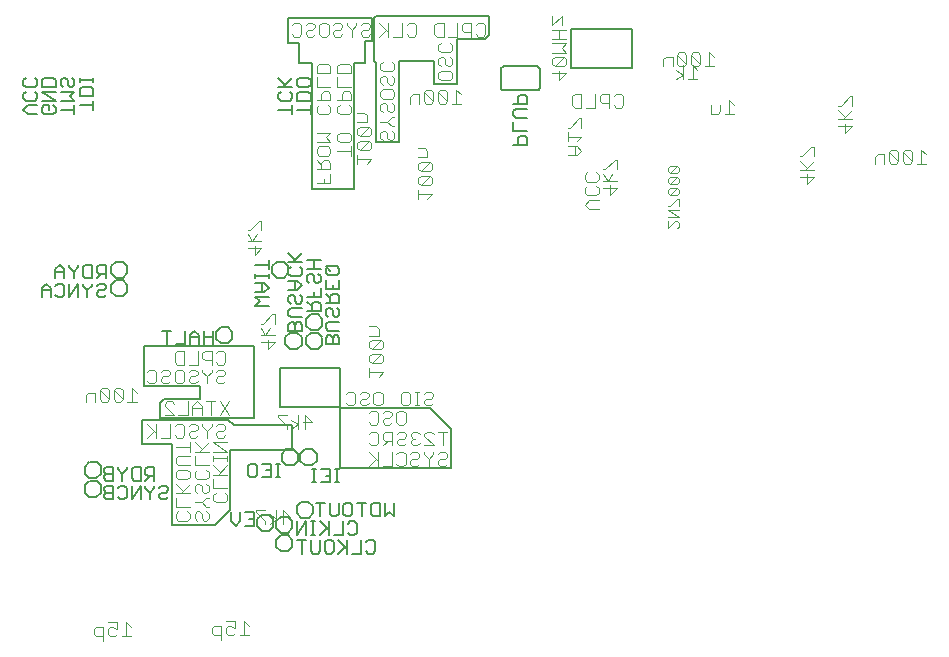
<source format=gbo>
G75*
%MOIN*%
%OFA0B0*%
%FSLAX24Y24*%
%IPPOS*%
%LPD*%
%AMOC8*
5,1,8,0,0,1.08239X$1,22.5*
%
%ADD10C,0.0040*%
%ADD11C,0.0050*%
%ADD12C,0.0060*%
%ADD13C,0.0030*%
D10*
X006915Y001859D02*
X006992Y001783D01*
X007222Y001783D01*
X007222Y001629D02*
X007222Y002089D01*
X006992Y002089D01*
X006915Y002013D01*
X006915Y001859D01*
X007375Y001859D02*
X007375Y002013D01*
X007452Y002089D01*
X007529Y002089D01*
X007682Y002013D01*
X007682Y002243D01*
X007375Y002243D01*
X007375Y001859D02*
X007452Y001783D01*
X007605Y001783D01*
X007682Y001859D01*
X007836Y001783D02*
X008143Y001783D01*
X007989Y001783D02*
X007989Y002243D01*
X008143Y002089D01*
X010846Y002050D02*
X010846Y001897D01*
X010923Y001820D01*
X011153Y001820D01*
X011153Y001667D02*
X011153Y002127D01*
X010923Y002127D01*
X010846Y002050D01*
X011306Y002050D02*
X011383Y002127D01*
X011460Y002127D01*
X011613Y002050D01*
X011613Y002280D01*
X011306Y002280D01*
X011306Y002050D02*
X011306Y001897D01*
X011383Y001820D01*
X011537Y001820D01*
X011613Y001897D01*
X011767Y001820D02*
X012074Y001820D01*
X011920Y001820D02*
X011920Y002280D01*
X012074Y002127D01*
X012611Y005533D02*
X012611Y005609D01*
X012304Y005916D01*
X012304Y005993D01*
X012611Y005993D01*
X012764Y005839D02*
X012995Y005686D01*
X012764Y005533D01*
X012995Y005533D02*
X012995Y005993D01*
X013225Y005993D02*
X013455Y005763D01*
X013148Y005763D01*
X013225Y005533D02*
X013225Y005993D01*
X011355Y006323D02*
X011279Y006246D01*
X010972Y006246D01*
X010895Y006323D01*
X010895Y006477D01*
X010972Y006553D01*
X010895Y006707D02*
X010895Y007014D01*
X010895Y007167D02*
X011355Y007167D01*
X011125Y007244D02*
X010895Y007474D01*
X010895Y007628D02*
X010895Y007781D01*
X010895Y007704D02*
X011355Y007704D01*
X011355Y007628D02*
X011355Y007781D01*
X011355Y007935D02*
X010895Y008242D01*
X011355Y008242D01*
X011216Y008395D02*
X011293Y008472D01*
X011216Y008395D02*
X011062Y008395D01*
X010986Y008472D01*
X010986Y008548D01*
X011062Y008625D01*
X011216Y008625D01*
X011293Y008702D01*
X011293Y008779D01*
X011216Y008855D01*
X011062Y008855D01*
X010986Y008779D01*
X010832Y008779D02*
X010679Y008625D01*
X010679Y008395D01*
X010730Y008242D02*
X010423Y007935D01*
X010500Y008011D02*
X010270Y008242D01*
X010295Y008395D02*
X010372Y008472D01*
X010295Y008395D02*
X010142Y008395D01*
X010065Y008472D01*
X010065Y008548D01*
X010142Y008625D01*
X010295Y008625D01*
X010372Y008702D01*
X010372Y008779D01*
X010295Y008855D01*
X010142Y008855D01*
X010065Y008779D01*
X009911Y008779D02*
X009911Y008472D01*
X009835Y008395D01*
X009681Y008395D01*
X009604Y008472D01*
X009451Y008395D02*
X009144Y008395D01*
X008991Y008395D02*
X008991Y008855D01*
X008914Y008625D02*
X008684Y008395D01*
X008991Y008548D02*
X008684Y008855D01*
X009269Y009145D02*
X009576Y009145D01*
X009269Y009452D01*
X009269Y009529D01*
X009346Y009605D01*
X009499Y009605D01*
X009576Y009529D01*
X009729Y009145D02*
X010036Y009145D01*
X010036Y009605D01*
X010190Y009452D02*
X010190Y009145D01*
X010190Y009375D02*
X010497Y009375D01*
X010497Y009452D02*
X010343Y009605D01*
X010190Y009452D01*
X010497Y009452D02*
X010497Y009145D01*
X010525Y008855D02*
X010525Y008779D01*
X010679Y008625D01*
X010832Y008779D02*
X010832Y008855D01*
X010804Y009145D02*
X010804Y009605D01*
X010957Y009605D02*
X010650Y009605D01*
X011111Y009605D02*
X011418Y009145D01*
X011111Y009145D02*
X011418Y009605D01*
X011216Y010208D02*
X011062Y010208D01*
X010986Y010284D01*
X010986Y010361D01*
X011062Y010438D01*
X011216Y010438D01*
X011293Y010514D01*
X011293Y010591D01*
X011216Y010668D01*
X011062Y010668D01*
X010986Y010591D01*
X010832Y010591D02*
X010679Y010438D01*
X010679Y010208D01*
X010679Y010438D02*
X010525Y010591D01*
X010525Y010668D01*
X010372Y010591D02*
X010372Y010514D01*
X010295Y010438D01*
X010142Y010438D01*
X010065Y010361D01*
X010065Y010284D01*
X010142Y010208D01*
X010295Y010208D01*
X010372Y010284D01*
X009911Y010284D02*
X009835Y010208D01*
X009681Y010208D01*
X009604Y010284D01*
X009604Y010591D01*
X009681Y010668D01*
X009835Y010668D01*
X009911Y010591D01*
X009911Y010284D01*
X009451Y010284D02*
X009374Y010208D01*
X009221Y010208D01*
X009144Y010284D01*
X009144Y010361D01*
X009221Y010438D01*
X009374Y010438D01*
X009451Y010514D01*
X009451Y010591D01*
X009374Y010668D01*
X009221Y010668D01*
X009144Y010591D01*
X008991Y010591D02*
X008991Y010284D01*
X008914Y010208D01*
X008760Y010208D01*
X008684Y010284D01*
X008330Y009902D02*
X008177Y010055D01*
X008177Y009595D01*
X008330Y009595D02*
X008023Y009595D01*
X007870Y009672D02*
X007563Y009979D01*
X007563Y009672D01*
X007639Y009595D01*
X007793Y009595D01*
X007870Y009672D01*
X007870Y009979D01*
X007793Y010055D01*
X007639Y010055D01*
X007563Y009979D01*
X007409Y009979D02*
X007409Y009672D01*
X007102Y009979D01*
X007102Y009672D01*
X007179Y009595D01*
X007332Y009595D01*
X007409Y009672D01*
X007409Y009979D02*
X007332Y010055D01*
X007179Y010055D01*
X007102Y009979D01*
X006949Y009902D02*
X006719Y009902D01*
X006642Y009825D01*
X006642Y009595D01*
X006949Y009595D02*
X006949Y009902D01*
X008684Y010591D02*
X008760Y010668D01*
X008914Y010668D01*
X008991Y010591D01*
X009604Y010909D02*
X009604Y011216D01*
X009681Y011293D01*
X009911Y011293D01*
X009911Y010833D01*
X009681Y010833D01*
X009604Y010909D01*
X010065Y010833D02*
X010372Y010833D01*
X010372Y011293D01*
X010525Y011216D02*
X010525Y011063D01*
X010602Y010986D01*
X010832Y010986D01*
X010832Y010833D02*
X010832Y011293D01*
X010602Y011293D01*
X010525Y011216D01*
X010986Y011216D02*
X011062Y011293D01*
X011216Y011293D01*
X011293Y011216D01*
X011293Y010909D01*
X011216Y010833D01*
X011062Y010833D01*
X010986Y010909D01*
X010832Y010668D02*
X010832Y010591D01*
X010372Y010591D02*
X010295Y010668D01*
X010142Y010668D01*
X010065Y010591D01*
X011216Y010208D02*
X011293Y010284D01*
X012700Y011358D02*
X012700Y011664D01*
X012623Y011818D02*
X012777Y012048D01*
X012930Y012202D02*
X012930Y012508D01*
X012854Y012508D01*
X012547Y012202D01*
X012470Y012202D01*
X012470Y012048D02*
X012623Y011818D01*
X012470Y011818D02*
X012930Y011818D01*
X012930Y011588D02*
X012470Y011588D01*
X012700Y011358D02*
X012930Y011588D01*
X015302Y009857D02*
X015379Y009933D01*
X015533Y009933D01*
X015609Y009857D01*
X015609Y009550D01*
X015533Y009473D01*
X015379Y009473D01*
X015302Y009550D01*
X015763Y009550D02*
X015839Y009473D01*
X015993Y009473D01*
X016070Y009550D01*
X016223Y009550D02*
X016223Y009857D01*
X016300Y009933D01*
X016453Y009933D01*
X016530Y009857D01*
X016530Y009550D01*
X016453Y009473D01*
X016300Y009473D01*
X016223Y009550D01*
X016148Y009293D02*
X016301Y009293D01*
X016378Y009216D01*
X016378Y008909D01*
X016301Y008833D01*
X016148Y008833D01*
X016071Y008909D01*
X016160Y008599D02*
X016314Y008599D01*
X016390Y008522D01*
X016390Y008215D01*
X016314Y008138D01*
X016160Y008138D01*
X016083Y008215D01*
X016071Y007918D02*
X016378Y007611D01*
X016301Y007688D02*
X016071Y007458D01*
X016378Y007458D02*
X016378Y007918D01*
X016544Y008138D02*
X016697Y008292D01*
X016621Y008292D02*
X016851Y008292D01*
X017004Y008292D02*
X017004Y008215D01*
X017081Y008138D01*
X017234Y008138D01*
X017311Y008215D01*
X017465Y008215D02*
X017465Y008292D01*
X017541Y008368D01*
X017618Y008368D01*
X017541Y008368D02*
X017465Y008445D01*
X017465Y008522D01*
X017541Y008599D01*
X017695Y008599D01*
X017772Y008522D01*
X017925Y008522D02*
X017925Y008445D01*
X018232Y008138D01*
X017925Y008138D01*
X017772Y008215D02*
X017695Y008138D01*
X017541Y008138D01*
X017465Y008215D01*
X017311Y008445D02*
X017234Y008368D01*
X017081Y008368D01*
X017004Y008292D01*
X016851Y008138D02*
X016851Y008599D01*
X016621Y008599D01*
X016544Y008522D01*
X016544Y008368D01*
X016621Y008292D01*
X017004Y008522D02*
X017081Y008599D01*
X017234Y008599D01*
X017311Y008522D01*
X017311Y008445D01*
X017222Y008833D02*
X017068Y008833D01*
X016992Y008909D01*
X016992Y009216D01*
X017068Y009293D01*
X017222Y009293D01*
X017299Y009216D01*
X017299Y008909D01*
X017222Y008833D01*
X016838Y008909D02*
X016762Y008833D01*
X016608Y008833D01*
X016531Y008909D01*
X016531Y008986D01*
X016608Y009063D01*
X016762Y009063D01*
X016838Y009139D01*
X016838Y009216D01*
X016762Y009293D01*
X016608Y009293D01*
X016531Y009216D01*
X016148Y009293D02*
X016071Y009216D01*
X015763Y009550D02*
X015763Y009626D01*
X015839Y009703D01*
X015993Y009703D01*
X016070Y009780D01*
X016070Y009857D01*
X015993Y009933D01*
X015839Y009933D01*
X015763Y009857D01*
X016095Y010420D02*
X016095Y010727D01*
X016095Y010573D02*
X016555Y010573D01*
X016402Y010420D01*
X016479Y010880D02*
X016172Y010880D01*
X016479Y011187D01*
X016172Y011187D01*
X016095Y011111D01*
X016095Y010957D01*
X016172Y010880D01*
X016479Y010880D02*
X016555Y010957D01*
X016555Y011111D01*
X016479Y011187D01*
X016479Y011341D02*
X016172Y011341D01*
X016479Y011648D01*
X016172Y011648D01*
X016095Y011571D01*
X016095Y011418D01*
X016172Y011341D01*
X016479Y011341D02*
X016555Y011418D01*
X016555Y011571D01*
X016479Y011648D01*
X016402Y011801D02*
X016095Y011801D01*
X016402Y011801D02*
X016402Y012031D01*
X016325Y012108D01*
X016095Y012108D01*
X017221Y009933D02*
X017144Y009857D01*
X017144Y009550D01*
X017221Y009473D01*
X017374Y009473D01*
X017451Y009550D01*
X017451Y009857D01*
X017374Y009933D01*
X017221Y009933D01*
X017604Y009933D02*
X017758Y009933D01*
X017681Y009933D02*
X017681Y009473D01*
X017758Y009473D02*
X017604Y009473D01*
X017911Y009550D02*
X017988Y009473D01*
X018141Y009473D01*
X018218Y009550D01*
X018141Y009703D02*
X017988Y009703D01*
X017911Y009626D01*
X017911Y009550D01*
X018141Y009703D02*
X018218Y009780D01*
X018218Y009857D01*
X018141Y009933D01*
X017988Y009933D01*
X017911Y009857D01*
X018002Y008599D02*
X018155Y008599D01*
X018232Y008522D01*
X018385Y008599D02*
X018692Y008599D01*
X018539Y008599D02*
X018539Y008138D01*
X018603Y007918D02*
X018450Y007918D01*
X018373Y007841D01*
X018219Y007841D02*
X018066Y007688D01*
X018066Y007458D01*
X018066Y007688D02*
X017913Y007841D01*
X017913Y007918D01*
X017759Y007841D02*
X017759Y007764D01*
X017682Y007688D01*
X017529Y007688D01*
X017452Y007611D01*
X017452Y007534D01*
X017529Y007458D01*
X017682Y007458D01*
X017759Y007534D01*
X017759Y007841D02*
X017682Y007918D01*
X017529Y007918D01*
X017452Y007841D01*
X017299Y007841D02*
X017299Y007534D01*
X017222Y007458D01*
X017068Y007458D01*
X016992Y007534D01*
X016838Y007458D02*
X016531Y007458D01*
X016838Y007458D02*
X016838Y007918D01*
X016992Y007841D02*
X017068Y007918D01*
X017222Y007918D01*
X017299Y007841D01*
X018219Y007841D02*
X018219Y007918D01*
X018450Y007688D02*
X018373Y007611D01*
X018373Y007534D01*
X018450Y007458D01*
X018603Y007458D01*
X018680Y007534D01*
X018603Y007688D02*
X018450Y007688D01*
X018603Y007688D02*
X018680Y007764D01*
X018680Y007841D01*
X018603Y007918D01*
X017925Y008522D02*
X018002Y008599D01*
X016160Y008599D02*
X016083Y008522D01*
X014184Y008925D02*
X013878Y008925D01*
X013724Y008848D02*
X013494Y009002D01*
X013340Y009155D02*
X013033Y009155D01*
X013033Y009079D01*
X013340Y008772D01*
X013340Y008695D01*
X013494Y008695D02*
X013724Y008848D01*
X013724Y008695D02*
X013724Y009155D01*
X013954Y009155D02*
X013954Y008695D01*
X014184Y008925D02*
X013954Y009155D01*
X011355Y007935D02*
X010895Y007935D01*
X010730Y007935D02*
X010270Y007935D01*
X010270Y007781D02*
X010270Y007474D01*
X010730Y007474D01*
X010654Y007321D02*
X010730Y007244D01*
X010730Y007091D01*
X010654Y007014D01*
X010347Y007014D01*
X010270Y007091D01*
X010270Y007244D01*
X010347Y007321D01*
X010105Y007244D02*
X010029Y007321D01*
X009722Y007321D01*
X009645Y007244D01*
X009645Y007091D01*
X009722Y007014D01*
X010029Y007014D01*
X010105Y007091D01*
X010105Y007244D01*
X010105Y007474D02*
X009722Y007474D01*
X009645Y007551D01*
X009645Y007704D01*
X009722Y007781D01*
X010105Y007781D01*
X010105Y007935D02*
X010105Y008242D01*
X010105Y008088D02*
X009645Y008088D01*
X009451Y008395D02*
X009451Y008855D01*
X009604Y008779D02*
X009681Y008855D01*
X009835Y008855D01*
X009911Y008779D01*
X011355Y007474D02*
X011048Y007167D01*
X010730Y006784D02*
X010654Y006860D01*
X010730Y006784D02*
X010730Y006630D01*
X010654Y006553D01*
X010577Y006553D01*
X010500Y006630D01*
X010500Y006784D01*
X010423Y006860D01*
X010347Y006860D01*
X010270Y006784D01*
X010270Y006630D01*
X010347Y006553D01*
X010105Y006553D02*
X009645Y006553D01*
X009645Y006400D02*
X009645Y006093D01*
X010105Y006093D01*
X010029Y005940D02*
X010105Y005863D01*
X010105Y005709D01*
X010029Y005633D01*
X009722Y005633D01*
X009645Y005709D01*
X009645Y005863D01*
X009722Y005940D01*
X010270Y005863D02*
X010270Y005709D01*
X010347Y005633D01*
X010500Y005709D02*
X010500Y005863D01*
X010423Y005940D01*
X010347Y005940D01*
X010270Y005863D01*
X010500Y005709D02*
X010577Y005633D01*
X010654Y005633D01*
X010730Y005709D01*
X010730Y005863D01*
X010654Y005940D01*
X010654Y006093D02*
X010500Y006246D01*
X010270Y006246D01*
X010500Y006246D02*
X010654Y006400D01*
X010730Y006400D01*
X010895Y006707D02*
X011355Y006707D01*
X011279Y006553D02*
X011355Y006477D01*
X011355Y006323D01*
X010730Y006093D02*
X010654Y006093D01*
X010105Y006860D02*
X009798Y006553D01*
X009875Y006630D02*
X009645Y006860D01*
X012263Y014483D02*
X012263Y014789D01*
X012186Y014943D02*
X012339Y015173D01*
X012493Y015327D02*
X012493Y015633D01*
X012416Y015633D01*
X012109Y015327D01*
X012033Y015327D01*
X012033Y015173D02*
X012186Y014943D01*
X012033Y014943D02*
X012493Y014943D01*
X012493Y014713D02*
X012033Y014713D01*
X012263Y014483D02*
X012493Y014713D01*
X014333Y016876D02*
X014793Y016876D01*
X014793Y017183D01*
X014793Y017337D02*
X014793Y017567D01*
X014716Y017644D01*
X014563Y017644D01*
X014486Y017567D01*
X014486Y017337D01*
X014486Y017490D02*
X014333Y017644D01*
X014409Y017797D02*
X014333Y017874D01*
X014333Y018027D01*
X014409Y018104D01*
X014716Y018104D01*
X014793Y018027D01*
X014793Y017874D01*
X014716Y017797D01*
X014409Y017797D01*
X014333Y017337D02*
X014793Y017337D01*
X014563Y017030D02*
X014563Y016876D01*
X015695Y017528D02*
X015695Y017835D01*
X015695Y017682D02*
X016155Y017682D01*
X016002Y017528D01*
X016079Y017989D02*
X015772Y017989D01*
X016079Y018296D01*
X015772Y018296D01*
X015695Y018219D01*
X015695Y018066D01*
X015772Y017989D01*
X015480Y017951D02*
X015020Y017951D01*
X015097Y018258D02*
X015020Y018334D01*
X015020Y018488D01*
X015097Y018565D01*
X015404Y018565D01*
X015480Y018488D01*
X015480Y018334D01*
X015404Y018258D01*
X015097Y018258D01*
X014793Y018258D02*
X014639Y018411D01*
X014793Y018565D01*
X014333Y018565D01*
X014333Y018258D02*
X014793Y018258D01*
X015480Y018104D02*
X015480Y017797D01*
X016079Y017989D02*
X016155Y018066D01*
X016155Y018219D01*
X016079Y018296D01*
X016079Y018449D02*
X015772Y018449D01*
X016079Y018756D01*
X015772Y018756D01*
X015695Y018679D01*
X015695Y018526D01*
X015772Y018449D01*
X016079Y018449D02*
X016155Y018526D01*
X016155Y018679D01*
X016079Y018756D01*
X016002Y018910D02*
X015695Y018910D01*
X015695Y019217D02*
X015925Y019217D01*
X016002Y019140D01*
X016002Y018910D01*
X016458Y018934D02*
X016688Y018934D01*
X016841Y019087D01*
X016918Y019087D01*
X016841Y019241D02*
X016764Y019241D01*
X016688Y019318D01*
X016688Y019471D01*
X016611Y019548D01*
X016534Y019548D01*
X016458Y019471D01*
X016458Y019318D01*
X016534Y019241D01*
X016841Y019241D02*
X016918Y019318D01*
X016918Y019471D01*
X016841Y019548D01*
X016841Y019701D02*
X016534Y019701D01*
X016458Y019778D01*
X016458Y019932D01*
X016534Y020008D01*
X016841Y020008D01*
X016918Y019932D01*
X016918Y019778D01*
X016841Y019701D01*
X016841Y020162D02*
X016764Y020162D01*
X016688Y020238D01*
X016688Y020392D01*
X016611Y020469D01*
X016534Y020469D01*
X016458Y020392D01*
X016458Y020238D01*
X016534Y020162D01*
X016841Y020162D02*
X016918Y020238D01*
X016918Y020392D01*
X016841Y020469D01*
X016841Y020622D02*
X016534Y020622D01*
X016458Y020699D01*
X016458Y020852D01*
X016534Y020929D01*
X016841Y020929D02*
X016918Y020852D01*
X016918Y020699D01*
X016841Y020622D01*
X017531Y019839D02*
X017454Y019763D01*
X017454Y019533D01*
X017761Y019533D02*
X017761Y019839D01*
X017531Y019839D01*
X017915Y019916D02*
X017915Y019609D01*
X017992Y019533D01*
X018145Y019533D01*
X018222Y019609D01*
X017915Y019916D01*
X017992Y019993D01*
X018145Y019993D01*
X018222Y019916D01*
X018222Y019609D01*
X018375Y019609D02*
X018452Y019533D01*
X018605Y019533D01*
X018682Y019609D01*
X018375Y019916D01*
X018375Y019609D01*
X018682Y019609D02*
X018682Y019916D01*
X018605Y019993D01*
X018452Y019993D01*
X018375Y019916D01*
X018836Y019533D02*
X019143Y019533D01*
X018989Y019533D02*
X018989Y019993D01*
X019143Y019839D01*
X018779Y020326D02*
X018472Y020326D01*
X018395Y020403D01*
X018395Y020557D01*
X018472Y020633D01*
X018779Y020633D01*
X018855Y020557D01*
X018855Y020403D01*
X018779Y020326D01*
X018779Y020787D02*
X018702Y020787D01*
X018625Y020863D01*
X018625Y021017D01*
X018548Y021094D01*
X018472Y021094D01*
X018395Y021017D01*
X018395Y020863D01*
X018472Y020787D01*
X018779Y020787D02*
X018855Y020863D01*
X018855Y021017D01*
X018779Y021094D01*
X018779Y021247D02*
X018472Y021247D01*
X018395Y021324D01*
X018395Y021477D01*
X018472Y021554D01*
X018565Y021770D02*
X018335Y021770D01*
X018258Y021847D01*
X018258Y022154D01*
X018335Y022230D01*
X018565Y022230D01*
X018565Y021770D01*
X018719Y021770D02*
X019026Y021770D01*
X019026Y022230D01*
X019179Y022154D02*
X019179Y022000D01*
X019256Y021923D01*
X019486Y021923D01*
X019486Y021770D02*
X019486Y022230D01*
X019256Y022230D01*
X019179Y022154D01*
X019640Y022154D02*
X019716Y022230D01*
X019870Y022230D01*
X019947Y022154D01*
X019947Y021847D01*
X019870Y021770D01*
X019716Y021770D01*
X019640Y021847D01*
X018855Y021477D02*
X018855Y021324D01*
X018779Y021247D01*
X018855Y021477D02*
X018779Y021554D01*
X017645Y021847D02*
X017645Y022154D01*
X017568Y022230D01*
X017414Y022230D01*
X017338Y022154D01*
X017184Y022230D02*
X017184Y021770D01*
X016877Y021770D01*
X016724Y021770D02*
X016724Y022230D01*
X016647Y022000D02*
X016417Y021770D01*
X016111Y021847D02*
X016034Y021770D01*
X015881Y021770D01*
X015804Y021847D01*
X015804Y021923D01*
X015881Y022000D01*
X016034Y022000D01*
X016111Y022077D01*
X016111Y022154D01*
X016034Y022230D01*
X015881Y022230D01*
X015804Y022154D01*
X015651Y022154D02*
X015497Y022000D01*
X015497Y021770D01*
X015497Y022000D02*
X015344Y022154D01*
X015344Y022230D01*
X015190Y022154D02*
X015190Y022077D01*
X015114Y022000D01*
X014960Y022000D01*
X014883Y021923D01*
X014883Y021847D01*
X014960Y021770D01*
X015114Y021770D01*
X015190Y021847D01*
X014730Y021847D02*
X014653Y021770D01*
X014500Y021770D01*
X014423Y021847D01*
X014423Y022154D01*
X014500Y022230D01*
X014653Y022230D01*
X014730Y022154D01*
X014730Y021847D01*
X014270Y021847D02*
X014193Y021770D01*
X014039Y021770D01*
X013963Y021847D01*
X013963Y021923D01*
X014039Y022000D01*
X014193Y022000D01*
X014270Y022077D01*
X014270Y022154D01*
X014193Y022230D01*
X014039Y022230D01*
X013963Y022154D01*
X013809Y022154D02*
X013809Y021847D01*
X013732Y021770D01*
X013579Y021770D01*
X013502Y021847D01*
X013502Y022154D02*
X013579Y022230D01*
X013732Y022230D01*
X013809Y022154D01*
X014883Y022154D02*
X014960Y022230D01*
X015114Y022230D01*
X015190Y022154D01*
X015651Y022154D02*
X015651Y022230D01*
X016417Y022230D02*
X016724Y021923D01*
X017338Y021847D02*
X017414Y021770D01*
X017568Y021770D01*
X017645Y021847D01*
X015480Y020790D02*
X015480Y020560D01*
X015020Y020560D01*
X015020Y020790D01*
X015097Y020867D01*
X015404Y020867D01*
X015480Y020790D01*
X015020Y020406D02*
X015020Y020099D01*
X015480Y020099D01*
X015404Y019946D02*
X015250Y019946D01*
X015173Y019869D01*
X015173Y019639D01*
X015020Y019639D02*
X015480Y019639D01*
X015480Y019869D01*
X015404Y019946D01*
X015404Y019485D02*
X015480Y019409D01*
X015480Y019255D01*
X015404Y019178D01*
X015097Y019178D01*
X015020Y019255D01*
X015020Y019409D01*
X015097Y019485D01*
X014793Y019409D02*
X014793Y019255D01*
X014716Y019178D01*
X014409Y019178D01*
X014333Y019255D01*
X014333Y019409D01*
X014409Y019485D01*
X014333Y019639D02*
X014793Y019639D01*
X014793Y019869D01*
X014716Y019946D01*
X014563Y019946D01*
X014486Y019869D01*
X014486Y019639D01*
X014716Y019485D02*
X014793Y019409D01*
X014793Y020099D02*
X014333Y020099D01*
X014333Y020406D01*
X014333Y020560D02*
X014333Y020790D01*
X014409Y020867D01*
X014716Y020867D01*
X014793Y020790D01*
X014793Y020560D01*
X014333Y020560D01*
X016688Y018934D02*
X016841Y018781D01*
X016918Y018781D01*
X016841Y018627D02*
X016918Y018550D01*
X016918Y018397D01*
X016841Y018320D01*
X016764Y018320D01*
X016688Y018397D01*
X016688Y018550D01*
X016611Y018627D01*
X016534Y018627D01*
X016458Y018550D01*
X016458Y018397D01*
X016534Y018320D01*
X017720Y018046D02*
X017950Y018046D01*
X018027Y017969D01*
X018027Y017739D01*
X017720Y017739D01*
X017797Y017585D02*
X017720Y017508D01*
X017720Y017355D01*
X017797Y017278D01*
X018104Y017585D01*
X017797Y017585D01*
X018104Y017585D02*
X018180Y017508D01*
X018180Y017355D01*
X018104Y017278D01*
X017797Y017278D01*
X017797Y017125D02*
X017720Y017048D01*
X017720Y016895D01*
X017797Y016818D01*
X018104Y017125D01*
X017797Y017125D01*
X018104Y017125D02*
X018180Y017048D01*
X018180Y016895D01*
X018104Y016818D01*
X017797Y016818D01*
X017720Y016664D02*
X017720Y016358D01*
X017720Y016511D02*
X018180Y016511D01*
X018027Y016358D01*
X022701Y017814D02*
X023008Y017814D01*
X023161Y017967D01*
X023008Y018121D01*
X022701Y018121D01*
X022701Y018274D02*
X022701Y018581D01*
X022701Y018428D02*
X023161Y018428D01*
X023008Y018274D01*
X022931Y018121D02*
X022931Y017814D01*
X023347Y017242D02*
X023270Y017165D01*
X023270Y017011D01*
X023347Y016935D01*
X023654Y016935D01*
X023730Y017011D01*
X023730Y017165D01*
X023654Y017242D01*
X023883Y017194D02*
X024036Y016963D01*
X024189Y017194D01*
X024343Y017347D02*
X024343Y017654D01*
X024266Y017654D01*
X023959Y017347D01*
X023883Y017347D01*
X023883Y016963D02*
X024343Y016963D01*
X024343Y016733D02*
X023883Y016733D01*
X023730Y016704D02*
X023730Y016551D01*
X023654Y016474D01*
X023347Y016474D01*
X023270Y016551D01*
X023270Y016704D01*
X023347Y016781D01*
X023654Y016781D02*
X023730Y016704D01*
X024113Y016810D02*
X024113Y016503D01*
X024343Y016733D01*
X023730Y016321D02*
X023423Y016321D01*
X023270Y016167D01*
X023423Y016014D01*
X023730Y016014D01*
X023161Y018735D02*
X023161Y019042D01*
X023084Y019042D01*
X022777Y018735D01*
X022701Y018735D01*
X022931Y019395D02*
X022854Y019472D01*
X022854Y019779D01*
X022931Y019855D01*
X023161Y019855D01*
X023161Y019395D01*
X022931Y019395D01*
X023315Y019395D02*
X023622Y019395D01*
X023622Y019855D01*
X023775Y019779D02*
X023775Y019625D01*
X023852Y019548D01*
X024082Y019548D01*
X024082Y019395D02*
X024082Y019855D01*
X023852Y019855D01*
X023775Y019779D01*
X024236Y019779D02*
X024312Y019855D01*
X024466Y019855D01*
X024543Y019779D01*
X024543Y019472D01*
X024466Y019395D01*
X024312Y019395D01*
X024236Y019472D01*
X022652Y020544D02*
X022422Y020314D01*
X022422Y020621D01*
X022269Y020774D02*
X022576Y021081D01*
X022269Y021081D01*
X022192Y021004D01*
X022192Y020851D01*
X022269Y020774D01*
X022576Y020774D01*
X022652Y020851D01*
X022652Y021004D01*
X022576Y021081D01*
X022652Y021235D02*
X022192Y021235D01*
X022192Y021542D02*
X022652Y021542D01*
X022499Y021388D01*
X022652Y021235D01*
X022652Y021695D02*
X022192Y021695D01*
X022422Y021695D02*
X022422Y022002D01*
X022499Y022155D02*
X022499Y022462D01*
X022192Y022155D01*
X022192Y022462D01*
X022192Y022002D02*
X022652Y022002D01*
X022652Y020544D02*
X022192Y020544D01*
X025892Y020783D02*
X025892Y021013D01*
X025969Y021089D01*
X026199Y021089D01*
X026199Y020783D01*
X026352Y020859D02*
X026429Y020783D01*
X026582Y020783D01*
X026659Y020859D01*
X026352Y021166D01*
X026352Y020859D01*
X026327Y020652D02*
X026557Y020498D01*
X026327Y020345D01*
X026557Y020345D02*
X026557Y020805D01*
X026659Y020859D02*
X026659Y021166D01*
X026582Y021243D01*
X026429Y021243D01*
X026352Y021166D01*
X026813Y021166D02*
X026813Y020859D01*
X026889Y020783D01*
X027043Y020783D01*
X027120Y020859D01*
X026813Y021166D01*
X026889Y021243D01*
X027043Y021243D01*
X027120Y021166D01*
X027120Y020859D01*
X027273Y020783D02*
X027580Y020783D01*
X027427Y020783D02*
X027427Y021243D01*
X027580Y021089D01*
X027018Y020652D02*
X026864Y020805D01*
X026864Y020345D01*
X026711Y020345D02*
X027018Y020345D01*
X028085Y019655D02*
X028085Y019195D01*
X028238Y019195D02*
X027931Y019195D01*
X027778Y019272D02*
X027701Y019195D01*
X027471Y019195D01*
X027471Y019502D01*
X027778Y019502D02*
X027778Y019272D01*
X028085Y019655D02*
X028238Y019502D01*
X030445Y017785D02*
X030522Y017785D01*
X030829Y018092D01*
X030905Y018092D01*
X030905Y017785D01*
X030905Y017631D02*
X030598Y017324D01*
X030675Y017401D02*
X030445Y017631D01*
X030445Y017324D02*
X030905Y017324D01*
X030905Y017094D02*
X030445Y017094D01*
X030675Y017171D02*
X030675Y016864D01*
X030905Y017094D01*
X032954Y017533D02*
X032954Y017763D01*
X033031Y017839D01*
X033261Y017839D01*
X033261Y017533D01*
X033415Y017609D02*
X033492Y017533D01*
X033645Y017533D01*
X033722Y017609D01*
X033415Y017916D01*
X033415Y017609D01*
X033722Y017609D02*
X033722Y017916D01*
X033645Y017993D01*
X033492Y017993D01*
X033415Y017916D01*
X033875Y017916D02*
X034182Y017609D01*
X034105Y017533D01*
X033952Y017533D01*
X033875Y017609D01*
X033875Y017916D01*
X033952Y017993D01*
X034105Y017993D01*
X034182Y017916D01*
X034182Y017609D01*
X034336Y017533D02*
X034643Y017533D01*
X034489Y017533D02*
X034489Y017993D01*
X034643Y017839D01*
X032180Y018775D02*
X031950Y018545D01*
X031950Y018852D01*
X031873Y019005D02*
X032180Y019312D01*
X032180Y019466D02*
X032180Y019773D01*
X032104Y019773D01*
X031797Y019466D01*
X031720Y019466D01*
X031720Y019312D02*
X031950Y019082D01*
X032180Y019005D02*
X031720Y019005D01*
X031720Y018775D02*
X032180Y018775D01*
D11*
X024836Y020706D02*
X022809Y020706D01*
X022809Y022025D01*
X024836Y022025D01*
X024836Y020706D01*
X021338Y019752D02*
X021338Y019527D01*
X020888Y019527D01*
X021038Y019527D02*
X021038Y019752D01*
X021113Y019827D01*
X021263Y019827D01*
X021338Y019752D01*
X021338Y019367D02*
X020963Y019367D01*
X020888Y019292D01*
X020888Y019142D01*
X020963Y019067D01*
X021338Y019067D01*
X020888Y018907D02*
X020888Y018606D01*
X021338Y018606D01*
X021263Y018446D02*
X021113Y018446D01*
X021038Y018371D01*
X021038Y018146D01*
X020888Y018146D02*
X021338Y018146D01*
X021338Y018371D01*
X021263Y018446D01*
X019000Y020188D02*
X019000Y021688D01*
X019938Y021688D01*
X020063Y021813D01*
X020063Y022438D01*
X016313Y022438D01*
X016250Y022375D01*
X016250Y020938D01*
X016313Y020875D01*
X016313Y018250D01*
X017063Y018250D01*
X017063Y020938D01*
X018250Y020938D01*
X018250Y020188D01*
X019000Y020188D01*
X016188Y021625D02*
X016188Y022375D01*
X013375Y022375D01*
X013375Y021563D01*
X013750Y021563D01*
X013750Y020875D01*
X014188Y020875D01*
X014188Y016688D01*
X015563Y016688D01*
X015563Y020875D01*
X015938Y020875D01*
X015938Y021625D01*
X016188Y021625D01*
X014133Y020320D02*
X014058Y020395D01*
X013758Y020395D01*
X013683Y020320D01*
X013683Y020170D01*
X013758Y020095D01*
X014058Y020095D01*
X014133Y020170D01*
X014133Y020320D01*
X014058Y019934D02*
X014133Y019859D01*
X014133Y019634D01*
X013683Y019634D01*
X013683Y019859D01*
X013758Y019934D01*
X014058Y019934D01*
X013508Y019859D02*
X013508Y019709D01*
X013433Y019634D01*
X013133Y019634D01*
X013058Y019709D01*
X013058Y019859D01*
X013133Y019934D01*
X013208Y020095D02*
X013508Y020395D01*
X013508Y020095D02*
X013058Y020095D01*
X013283Y020170D02*
X013058Y020395D01*
X013433Y019934D02*
X013508Y019859D01*
X013508Y019474D02*
X013508Y019174D01*
X013508Y019324D02*
X013058Y019324D01*
X013683Y019324D02*
X014133Y019324D01*
X014133Y019174D02*
X014133Y019474D01*
X006883Y019477D02*
X006433Y019477D01*
X006258Y019474D02*
X006258Y019174D01*
X006258Y019324D02*
X005808Y019324D01*
X005633Y019399D02*
X005633Y019249D01*
X005558Y019174D01*
X005258Y019174D01*
X005183Y019249D01*
X005183Y019399D01*
X005258Y019474D01*
X005408Y019474D01*
X005408Y019324D01*
X005558Y019474D02*
X005633Y019399D01*
X005633Y019634D02*
X005183Y019934D01*
X005633Y019934D01*
X005633Y020095D02*
X005633Y020320D01*
X005558Y020395D01*
X005258Y020395D01*
X005183Y020320D01*
X005183Y020095D01*
X005633Y020095D01*
X005808Y020170D02*
X005883Y020095D01*
X005808Y020170D02*
X005808Y020320D01*
X005883Y020395D01*
X005958Y020395D01*
X006033Y020320D01*
X006033Y020170D01*
X006108Y020095D01*
X006183Y020095D01*
X006258Y020170D01*
X006258Y020320D01*
X006183Y020395D01*
X006433Y020398D02*
X006433Y020248D01*
X006433Y020323D02*
X006883Y020323D01*
X006883Y020248D02*
X006883Y020398D01*
X006808Y020088D02*
X006508Y020088D01*
X006433Y020013D01*
X006433Y019788D01*
X006883Y019788D01*
X006883Y020013D01*
X006808Y020088D01*
X006883Y019628D02*
X006883Y019327D01*
X006258Y019634D02*
X006108Y019784D01*
X006258Y019934D01*
X005808Y019934D01*
X005808Y019634D02*
X006258Y019634D01*
X005633Y019634D02*
X005183Y019634D01*
X005008Y019709D02*
X004933Y019634D01*
X004633Y019634D01*
X004558Y019709D01*
X004558Y019859D01*
X004633Y019934D01*
X004633Y020095D02*
X004558Y020170D01*
X004558Y020320D01*
X004633Y020395D01*
X004933Y020395D02*
X005008Y020320D01*
X005008Y020170D01*
X004933Y020095D01*
X004633Y020095D01*
X004933Y019934D02*
X005008Y019859D01*
X005008Y019709D01*
X005008Y019474D02*
X004708Y019474D01*
X004558Y019324D01*
X004708Y019174D01*
X005008Y019174D01*
X005774Y014158D02*
X005624Y014008D01*
X005624Y013708D01*
X005699Y013533D02*
X005849Y013533D01*
X005924Y013458D01*
X005924Y013158D01*
X005849Y013083D01*
X005699Y013083D01*
X005624Y013158D01*
X005463Y013083D02*
X005463Y013383D01*
X005313Y013533D01*
X005163Y013383D01*
X005163Y013083D01*
X005163Y013308D02*
X005463Y013308D01*
X005624Y013458D02*
X005699Y013533D01*
X005924Y013708D02*
X005924Y014008D01*
X005774Y014158D01*
X005924Y013933D02*
X005624Y013933D01*
X006084Y014083D02*
X006084Y014158D01*
X006084Y014083D02*
X006234Y013933D01*
X006234Y013708D01*
X006234Y013933D02*
X006384Y014083D01*
X006384Y014158D01*
X006544Y014083D02*
X006619Y014158D01*
X006845Y014158D01*
X006845Y013708D01*
X006619Y013708D01*
X006544Y013783D01*
X006544Y014083D01*
X007005Y014083D02*
X007005Y013933D01*
X007080Y013858D01*
X007305Y013858D01*
X007155Y013858D02*
X007005Y013708D01*
X007080Y013533D02*
X007005Y013458D01*
X007080Y013533D02*
X007230Y013533D01*
X007305Y013458D01*
X007305Y013383D01*
X007230Y013308D01*
X007080Y013308D01*
X007005Y013233D01*
X007005Y013158D01*
X007080Y013083D01*
X007230Y013083D01*
X007305Y013158D01*
X006845Y013458D02*
X006694Y013308D01*
X006694Y013083D01*
X006694Y013308D02*
X006544Y013458D01*
X006544Y013533D01*
X006384Y013533D02*
X006084Y013083D01*
X006084Y013533D01*
X006384Y013533D02*
X006384Y013083D01*
X006845Y013458D02*
X006845Y013533D01*
X007305Y013708D02*
X007305Y014158D01*
X007080Y014158D01*
X007005Y014083D01*
X009186Y011970D02*
X009486Y011970D01*
X009336Y011970D02*
X009336Y011520D01*
X009646Y011520D02*
X009947Y011520D01*
X009947Y011970D01*
X010107Y011820D02*
X010107Y011520D01*
X010107Y011745D02*
X010407Y011745D01*
X010407Y011820D02*
X010407Y011520D01*
X010567Y011520D02*
X010567Y011970D01*
X010407Y011820D02*
X010257Y011970D01*
X010107Y011820D01*
X010567Y011745D02*
X010868Y011745D01*
X010868Y011520D02*
X010868Y011970D01*
X012250Y011438D02*
X008563Y011438D01*
X008563Y010125D01*
X010438Y010125D01*
X010438Y009688D01*
X009250Y009688D01*
X009125Y009563D01*
X009125Y009063D01*
X012250Y009063D01*
X012250Y011438D01*
X013101Y010732D02*
X015129Y010732D01*
X015129Y009413D01*
X013101Y009413D01*
X013101Y010732D01*
X014645Y011508D02*
X014645Y011733D01*
X014720Y011808D01*
X014795Y011808D01*
X014870Y011733D01*
X014870Y011508D01*
X014870Y011733D02*
X014945Y011808D01*
X015020Y011808D01*
X015095Y011733D01*
X015095Y011508D01*
X014645Y011508D01*
X014720Y011968D02*
X014645Y012043D01*
X014645Y012193D01*
X014720Y012268D01*
X015095Y012268D01*
X015020Y012428D02*
X014945Y012428D01*
X014870Y012503D01*
X014870Y012653D01*
X014795Y012729D01*
X014720Y012729D01*
X014645Y012653D01*
X014645Y012503D01*
X014720Y012428D01*
X015020Y012428D02*
X015095Y012503D01*
X015095Y012653D01*
X015020Y012729D01*
X015095Y012889D02*
X015095Y013114D01*
X015020Y013189D01*
X014870Y013189D01*
X014795Y013114D01*
X014795Y012889D01*
X014795Y013039D02*
X014645Y013189D01*
X014645Y013349D02*
X014645Y013649D01*
X014470Y013628D02*
X014395Y013553D01*
X014320Y013553D01*
X014245Y013628D01*
X014245Y013778D01*
X014170Y013854D01*
X014095Y013854D01*
X014020Y013778D01*
X014020Y013628D01*
X014095Y013553D01*
X013845Y013476D02*
X013695Y013626D01*
X013395Y013626D01*
X013470Y013787D02*
X013395Y013862D01*
X013395Y014012D01*
X013470Y014087D01*
X013395Y014247D02*
X013845Y014247D01*
X013770Y014087D02*
X013845Y014012D01*
X013845Y013862D01*
X013770Y013787D01*
X013470Y013787D01*
X013620Y013626D02*
X013620Y013326D01*
X013695Y013326D02*
X013845Y013476D01*
X013695Y013326D02*
X013395Y013326D01*
X013470Y013166D02*
X013395Y013091D01*
X013395Y012941D01*
X013470Y012866D01*
X013470Y012706D02*
X013845Y012706D01*
X013770Y012866D02*
X013695Y012866D01*
X013620Y012941D01*
X013620Y013091D01*
X013545Y013166D01*
X013470Y013166D01*
X013770Y013166D02*
X013845Y013091D01*
X013845Y012941D01*
X013770Y012866D01*
X014020Y012933D02*
X014170Y012783D01*
X014170Y012858D02*
X014170Y012633D01*
X014020Y012633D02*
X014470Y012633D01*
X014470Y012858D01*
X014395Y012933D01*
X014245Y012933D01*
X014170Y012858D01*
X014245Y013093D02*
X014245Y013243D01*
X014020Y013093D02*
X014470Y013093D01*
X014470Y013393D01*
X014645Y013349D02*
X015095Y013349D01*
X015095Y013649D01*
X015020Y013809D02*
X015095Y013885D01*
X015095Y014035D01*
X015020Y014110D01*
X014720Y014110D01*
X014645Y014035D01*
X014645Y013885D01*
X014720Y013809D01*
X015020Y013809D01*
X014795Y013960D02*
X014645Y014110D01*
X014470Y014014D02*
X014020Y014014D01*
X014245Y014014D02*
X014245Y014314D01*
X014470Y014314D02*
X014020Y014314D01*
X013845Y014547D02*
X013545Y014247D01*
X013620Y014322D02*
X013395Y014547D01*
X012730Y014320D02*
X012730Y014020D01*
X012730Y014170D02*
X012280Y014170D01*
X012280Y013863D02*
X012280Y013713D01*
X012280Y013788D02*
X012730Y013788D01*
X012730Y013713D02*
X012730Y013863D01*
X012580Y013553D02*
X012280Y013553D01*
X012505Y013553D02*
X012505Y013252D01*
X012580Y013252D02*
X012730Y013402D01*
X012580Y013553D01*
X012580Y013252D02*
X012280Y013252D01*
X012280Y013092D02*
X012730Y013092D01*
X012730Y012792D02*
X012280Y012792D01*
X012430Y012942D01*
X012280Y013092D01*
X013395Y012631D02*
X013470Y012706D01*
X013395Y012631D02*
X013395Y012480D01*
X013470Y012405D01*
X013845Y012405D01*
X013770Y012245D02*
X013695Y012245D01*
X013620Y012170D01*
X013620Y011945D01*
X013395Y011945D02*
X013395Y012170D01*
X013470Y012245D01*
X013545Y012245D01*
X013620Y012170D01*
X013770Y012245D02*
X013845Y012170D01*
X013845Y011945D01*
X013395Y011945D01*
X014720Y011968D02*
X015095Y011968D01*
X015095Y012889D02*
X014645Y012889D01*
X014870Y013349D02*
X014870Y013499D01*
X014470Y013628D02*
X014470Y013778D01*
X014395Y013854D01*
X015125Y009375D02*
X018125Y009375D01*
X018813Y008688D01*
X018813Y007375D01*
X015125Y007375D01*
X015125Y009375D01*
X013500Y008813D02*
X013500Y008000D01*
X011438Y008000D01*
X011438Y006000D01*
X010938Y005500D01*
X009500Y005500D01*
X009500Y008188D01*
X008500Y008188D01*
X008500Y009000D01*
X011375Y009000D01*
X011563Y008813D01*
X013500Y008813D01*
X013118Y007533D02*
X012967Y007533D01*
X013042Y007533D02*
X013042Y007083D01*
X012967Y007083D02*
X013118Y007083D01*
X012811Y007083D02*
X012510Y007083D01*
X012350Y007158D02*
X012275Y007083D01*
X012125Y007083D01*
X012050Y007158D01*
X012050Y007458D01*
X012125Y007533D01*
X012275Y007533D01*
X012350Y007458D01*
X012350Y007158D01*
X012660Y007308D02*
X012811Y007308D01*
X012811Y007533D02*
X012510Y007533D01*
X012811Y007533D02*
X012811Y007083D01*
X014177Y006905D02*
X014327Y006905D01*
X014252Y006905D02*
X014252Y007355D01*
X014327Y007355D02*
X014177Y007355D01*
X014487Y007355D02*
X014787Y007355D01*
X014787Y006905D01*
X014487Y006905D01*
X014637Y007130D02*
X014787Y007130D01*
X014944Y006905D02*
X015094Y006905D01*
X015019Y006905D02*
X015019Y007355D01*
X015094Y007355D02*
X014944Y007355D01*
X015066Y006230D02*
X015066Y005855D01*
X014991Y005780D01*
X014841Y005780D01*
X014766Y005855D01*
X014766Y006230D01*
X014605Y006230D02*
X014305Y006230D01*
X014455Y006230D02*
X014455Y005780D01*
X014447Y005605D02*
X014748Y005305D01*
X014673Y005380D02*
X014447Y005155D01*
X014287Y005155D02*
X014137Y005155D01*
X014212Y005155D02*
X014212Y005605D01*
X014287Y005605D02*
X014137Y005605D01*
X013980Y005605D02*
X013680Y005155D01*
X013680Y005605D01*
X013980Y005605D02*
X013980Y005155D01*
X013980Y004980D02*
X013680Y004980D01*
X013830Y004980D02*
X013830Y004530D01*
X014141Y004605D02*
X014141Y004980D01*
X014441Y004980D02*
X014441Y004605D01*
X014366Y004530D01*
X014216Y004530D01*
X014141Y004605D01*
X014601Y004605D02*
X014601Y004905D01*
X014676Y004980D01*
X014826Y004980D01*
X014901Y004905D01*
X014901Y004605D01*
X014826Y004530D01*
X014676Y004530D01*
X014601Y004605D01*
X015061Y004530D02*
X015287Y004755D01*
X015362Y004680D02*
X015061Y004980D01*
X015208Y005155D02*
X014908Y005155D01*
X014748Y005155D02*
X014748Y005605D01*
X015208Y005605D02*
X015208Y005155D01*
X015368Y005230D02*
X015443Y005155D01*
X015593Y005155D01*
X015669Y005230D01*
X015669Y005530D01*
X015593Y005605D01*
X015443Y005605D01*
X015368Y005530D01*
X015301Y005780D02*
X015226Y005855D01*
X015226Y006155D01*
X015301Y006230D01*
X015451Y006230D01*
X015526Y006155D01*
X015526Y005855D01*
X015451Y005780D01*
X015301Y005780D01*
X015836Y005780D02*
X015836Y006230D01*
X015686Y006230D02*
X015987Y006230D01*
X016147Y006155D02*
X016222Y006230D01*
X016447Y006230D01*
X016447Y005780D01*
X016222Y005780D01*
X016147Y005855D01*
X016147Y006155D01*
X016607Y006230D02*
X016607Y005780D01*
X016757Y005930D01*
X016907Y005780D01*
X016907Y006230D01*
X016207Y004980D02*
X016282Y004905D01*
X016282Y004605D01*
X016207Y004530D01*
X016057Y004530D01*
X015982Y004605D01*
X015822Y004530D02*
X015522Y004530D01*
X015362Y004530D02*
X015362Y004980D01*
X015822Y004980D02*
X015822Y004530D01*
X015982Y004905D02*
X016057Y004980D01*
X016207Y004980D01*
X012243Y005458D02*
X011942Y005458D01*
X011782Y005608D02*
X011632Y005458D01*
X011482Y005608D01*
X011482Y005908D01*
X011782Y005908D02*
X011782Y005608D01*
X012092Y005683D02*
X012243Y005683D01*
X012243Y005908D02*
X012243Y005458D01*
X012243Y005908D02*
X011942Y005908D01*
X009384Y006418D02*
X009309Y006343D01*
X009159Y006343D01*
X009084Y006418D01*
X009084Y006493D01*
X009159Y006568D01*
X009309Y006568D01*
X009384Y006643D01*
X009384Y006718D01*
X009309Y006793D01*
X009159Y006793D01*
X009084Y006718D01*
X008924Y006718D02*
X008774Y006568D01*
X008774Y006343D01*
X008774Y006568D02*
X008624Y006718D01*
X008624Y006793D01*
X008464Y006793D02*
X008163Y006343D01*
X008163Y006793D01*
X008003Y006718D02*
X008003Y006418D01*
X007928Y006343D01*
X007778Y006343D01*
X007703Y006418D01*
X007543Y006343D02*
X007318Y006343D01*
X007243Y006418D01*
X007243Y006493D01*
X007318Y006568D01*
X007543Y006568D01*
X007703Y006718D02*
X007778Y006793D01*
X007928Y006793D01*
X008003Y006718D01*
X007853Y006968D02*
X007853Y007193D01*
X007703Y007343D01*
X007703Y007418D01*
X007543Y007418D02*
X007318Y007418D01*
X007243Y007343D01*
X007243Y007268D01*
X007318Y007193D01*
X007543Y007193D01*
X007543Y006968D02*
X007543Y007418D01*
X007318Y007193D02*
X007243Y007118D01*
X007243Y007043D01*
X007318Y006968D01*
X007543Y006968D01*
X007543Y006793D02*
X007318Y006793D01*
X007243Y006718D01*
X007243Y006643D01*
X007318Y006568D01*
X007543Y006343D02*
X007543Y006793D01*
X008163Y007043D02*
X008163Y007343D01*
X008238Y007418D01*
X008464Y007418D01*
X008464Y006968D01*
X008238Y006968D01*
X008163Y007043D01*
X008003Y007343D02*
X007853Y007193D01*
X008003Y007343D02*
X008003Y007418D01*
X008624Y007343D02*
X008624Y007193D01*
X008699Y007118D01*
X008924Y007118D01*
X008774Y007118D02*
X008624Y006968D01*
X008464Y006793D02*
X008464Y006343D01*
X008924Y006718D02*
X008924Y006793D01*
X008924Y006968D02*
X008924Y007418D01*
X008699Y007418D01*
X008624Y007343D01*
D12*
X007145Y007441D02*
X007145Y007194D01*
X006994Y007043D01*
X006756Y007043D01*
X006605Y007194D01*
X006605Y007431D01*
X006756Y007583D01*
X006766Y007583D02*
X007004Y007583D01*
X007145Y007441D01*
X007004Y006958D02*
X007145Y006816D01*
X007145Y006569D01*
X006994Y006418D01*
X006756Y006418D01*
X006605Y006569D01*
X006605Y006806D01*
X006756Y006958D01*
X006766Y006958D02*
X007004Y006958D01*
X012355Y005681D02*
X012355Y005444D01*
X012506Y005293D01*
X012754Y005293D01*
X012895Y005434D01*
X012895Y005671D01*
X012895Y005681D02*
X012744Y005833D01*
X012506Y005833D01*
X012355Y005681D01*
X012980Y005619D02*
X012980Y005381D01*
X013131Y005230D01*
X013379Y005230D01*
X013520Y005371D01*
X013520Y005609D01*
X013520Y005619D02*
X013369Y005770D01*
X013131Y005770D01*
X012980Y005619D01*
X013131Y005145D02*
X012980Y004994D01*
X012980Y004756D01*
X013131Y004605D01*
X013379Y004605D01*
X013520Y004746D01*
X013520Y004984D01*
X013520Y004994D02*
X013369Y005145D01*
X013131Y005145D01*
X013819Y005730D02*
X014066Y005730D01*
X014208Y005871D01*
X014208Y006109D01*
X014208Y006119D02*
X014056Y006270D01*
X013819Y006270D01*
X013668Y006119D01*
X013668Y005881D01*
X013819Y005730D01*
X013944Y007480D02*
X014191Y007480D01*
X014333Y007621D01*
X014333Y007859D01*
X014333Y007869D02*
X014181Y008020D01*
X013944Y008020D01*
X013793Y007869D01*
X013793Y007631D01*
X013944Y007480D01*
X013708Y007621D02*
X013566Y007480D01*
X013319Y007480D01*
X013168Y007631D01*
X013168Y007869D01*
X013319Y008020D01*
X013556Y008020D01*
X013708Y007869D01*
X013708Y007859D02*
X013708Y007621D01*
X013691Y011355D02*
X013444Y011355D01*
X013293Y011506D01*
X013293Y011744D01*
X013444Y011895D01*
X013681Y011895D01*
X013833Y011744D01*
X013833Y011734D02*
X013833Y011496D01*
X013691Y011355D01*
X013980Y011506D02*
X013980Y011744D01*
X014131Y011895D01*
X014369Y011895D01*
X014520Y011744D01*
X014520Y011734D02*
X014520Y011496D01*
X014379Y011355D01*
X014131Y011355D01*
X013980Y011506D01*
X014131Y011980D02*
X014379Y011980D01*
X014520Y012121D01*
X014520Y012359D01*
X014520Y012369D02*
X014369Y012520D01*
X014131Y012520D01*
X013980Y012369D01*
X013980Y012131D01*
X014131Y011980D01*
X011520Y011931D02*
X011369Y012083D01*
X011131Y012083D01*
X010980Y011931D01*
X010980Y011694D01*
X011131Y011543D01*
X011379Y011543D01*
X011520Y011684D01*
X011520Y011921D01*
X013006Y013730D02*
X013254Y013730D01*
X013395Y013871D01*
X013395Y014109D01*
X013395Y014119D02*
X013244Y014270D01*
X013006Y014270D01*
X012855Y014119D01*
X012855Y013881D01*
X013006Y013730D01*
X008020Y013871D02*
X007879Y013730D01*
X007631Y013730D01*
X007480Y013881D01*
X007480Y014119D01*
X007631Y014270D01*
X007869Y014270D01*
X008020Y014119D01*
X008020Y014109D02*
X008020Y013871D01*
X007869Y013645D02*
X007631Y013645D01*
X007480Y013494D01*
X007480Y013256D01*
X007631Y013105D01*
X007879Y013105D01*
X008020Y013246D01*
X008020Y013484D01*
X008020Y013494D02*
X007869Y013645D01*
X020475Y020075D02*
X020475Y020675D01*
X020477Y020692D01*
X020481Y020709D01*
X020488Y020725D01*
X020498Y020739D01*
X020511Y020752D01*
X020525Y020762D01*
X020541Y020769D01*
X020558Y020773D01*
X020575Y020775D01*
X021675Y020775D01*
X021692Y020773D01*
X021709Y020769D01*
X021725Y020762D01*
X021739Y020752D01*
X021752Y020739D01*
X021762Y020725D01*
X021769Y020709D01*
X021773Y020692D01*
X021775Y020675D01*
X021775Y020075D01*
X021773Y020058D01*
X021769Y020041D01*
X021762Y020025D01*
X021752Y020011D01*
X021739Y019998D01*
X021725Y019988D01*
X021709Y019981D01*
X021692Y019977D01*
X021675Y019975D01*
X020575Y019975D01*
X020558Y019977D01*
X020541Y019981D01*
X020525Y019988D01*
X020511Y019998D01*
X020498Y020011D01*
X020488Y020025D01*
X020481Y020041D01*
X020477Y020058D01*
X020475Y020075D01*
D13*
X026043Y017401D02*
X026043Y017278D01*
X026105Y017216D01*
X026352Y017463D01*
X026105Y017463D01*
X026043Y017401D01*
X026105Y017216D02*
X026352Y017216D01*
X026413Y017278D01*
X026413Y017401D01*
X026352Y017463D01*
X026352Y017095D02*
X026105Y016848D01*
X026043Y016909D01*
X026043Y017033D01*
X026105Y017095D01*
X026352Y017095D01*
X026413Y017033D01*
X026413Y016909D01*
X026352Y016848D01*
X026105Y016848D01*
X026105Y016726D02*
X026043Y016665D01*
X026043Y016541D01*
X026105Y016479D01*
X026352Y016726D01*
X026105Y016726D01*
X026105Y016479D02*
X026352Y016479D01*
X026413Y016541D01*
X026413Y016665D01*
X026352Y016726D01*
X026352Y016358D02*
X026105Y016111D01*
X026043Y016111D01*
X026043Y015990D02*
X026413Y015990D01*
X026413Y016111D02*
X026413Y016358D01*
X026352Y016358D01*
X026043Y015990D02*
X026413Y015743D01*
X026043Y015743D01*
X026043Y015621D02*
X026043Y015375D01*
X026290Y015621D01*
X026352Y015621D01*
X026413Y015560D01*
X026413Y015436D01*
X026352Y015375D01*
M02*

</source>
